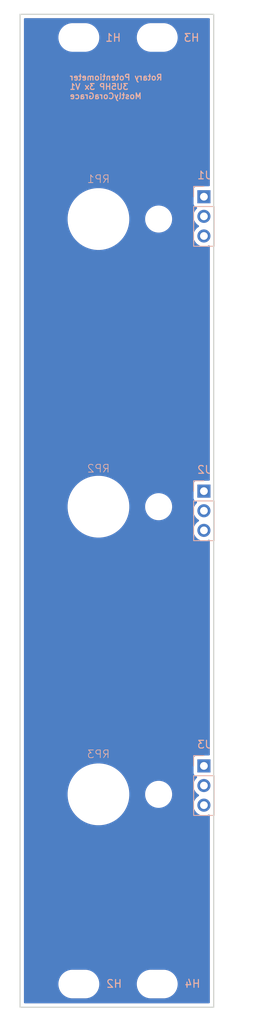
<source format=kicad_pcb>
(kicad_pcb (version 20240108) (generator "pcbnew") (generator_version "8.0")
  (layers (0 "F.Cu" signal) (31 "B.Cu" signal) (34 "B.Paste" user) (35 "F.Paste" user) (36 "B.SilkS" user "B.Silkscreen") (37 "F.SilkS" user "F.Silkscreen") (38 "B.Mask" user) (39 "F.Mask" user) (44 "Edge.Cuts" user))
  (net 0 "")
  (footprint "EXC:Rotary_Potentiometer_M7_Panel_Mount" (layer "F.Cu") (at 10.16 28.925 90)
    (property "Reference" "RP1" (at 5.176 0 0) (layer "B.SilkS") (effects (font (thickness 0.1)) (justify mirror)))
    (property "Value" "M7_Panel_Mount_Rotary_Potentiometer")
    (pad "" np_thru_hole circle (at 0 0 90) (size 7.5 7.5) (drill 7.5) (layers "F&B.Cu" "*.Mask"))
    (pad "" np_thru_hole circle (at 0 7.8 90) (size 3 3) (drill 3) (layers "F&B.Cu" "*.Mask"))
  )
  (footprint "EXC:Rotary_Potentiometer_M7_Panel_Mount" (layer "F.Cu") (at 10.16 103.375 90)
    (property "Reference" "RP3" (at 5.204 0 0) (layer "B.SilkS") (effects (font (thickness 0.1)) (justify mirror)))
    (property "Value" "M7_Panel_Mount_Rotary_Potentiometer")
    (pad "" np_thru_hole circle (at 0 0 90) (size 7.5 7.5) (drill 7.5) (layers "F&B.Cu" "*.Mask"))
    (pad "" np_thru_hole circle (at 0 7.8 90) (size 3 3) (drill 3) (layers "F&B.Cu" "*.Mask"))
  )
  (footprint "EXC:Rotary_Potentiometer_M7_Panel_Mount" (layer "F.Cu") (at 10.16 66.15 90)
    (property "Reference" "RP2" (at 4.936 0 0) (layer "B.SilkS") (effects (font (thickness 0.1)) (justify mirror)))
    (property "Value" "M7_Panel_Mount_Rotary_Potentiometer")
    (pad "" np_thru_hole circle (at 0 0 90) (size 7.5 7.5) (drill 7.5) (layers "F&B.Cu" "*.Mask"))
    (pad "" np_thru_hole circle (at 0 7.8 90) (size 3 3) (drill 3) (layers "F&B.Cu" "*.Mask"))
  )
  (footprint "EXC:MountingHole_3.2mm_M3" (layer "B.Cu") (at 17.78 127.925 180)
    (property "Reference" "H4" (at -4.572 0.036 0) (layer "B.SilkS") (effects (justify mirror)))
    (property "Value" "Eurorack_M3_MountingHole")
    (pad "" np_thru_hole oval (at 0 0 180) (size 4.8 3.2) (drill oval 4.8 3.2) (layers "F&B.Cu" "*.Mask"))
  )
  (footprint "EXC:MountingHole_3.2mm_M3" (layer "B.Cu") (at 7.61962 127.925 180)
    (property "Reference" "H2" (at -4.57162 0.036 0) (layer "B.SilkS") (effects (justify mirror)))
    (property "Value" "Eurorack_M3_MountingHole")
    (pad "" np_thru_hole oval (at 0 0 180) (size 4.8 3.2) (drill oval 4.8 3.2) (layers "F&B.Cu" "*.Mask"))
  )
  (footprint "Connector_PinSocket_2.54mm:PinSocket_1x03_P2.54mm_Vertical" (layer "B.Cu") (at 23.83 64.135 180)
    (property "Reference" "J2" (at 0 2.77 0) (layer "B.SilkS") (effects (justify mirror)))
    (property "Value" "Conn_01x03_Socket")
    (fp_line (start 1.33 1.33) (end 0 1.33) (stroke (width 0.12)) (layer "B.SilkS"))
    (fp_line (start 1.33 0) (end 1.33 1.33) (stroke (width 0.12)) (layer "B.SilkS"))
    (fp_line (start 1.33 -1.27) (end -1.33 -1.27) (stroke (width 0.12)) (layer "B.SilkS"))
    (fp_line (start 1.33 -6.41) (end 1.33 -1.27) (stroke (width 0.12)) (layer "B.SilkS"))
    (fp_line (start 1.33 -6.41) (end -1.33 -6.41) (stroke (width 0.12)) (layer "B.SilkS"))
    (fp_line (start -1.33 -6.41) (end -1.33 -1.27) (stroke (width 0.12)) (layer "B.SilkS"))
    (pad "1" thru_hole rect (at 0 0 180) (size 1.7 1.7) (drill 1) (layers "*.Cu" "*.Mask"))
    (pad "2" thru_hole oval (at 0 -2.54 180) (size 1.7 1.7) (drill 1) (layers "*.Cu" "*.Mask"))
    (pad "3" thru_hole oval (at 0 -5.08 180) (size 1.7 1.7) (drill 1) (layers "*.Cu" "*.Mask"))
  )
  (footprint "Connector_PinSocket_2.54mm:PinSocket_1x03_P2.54mm_Vertical" (layer "B.Cu") (at 23.83 99.695 180)
    (property "Reference" "J3" (at 0 2.77 0) (layer "B.SilkS") (effects (justify mirror)))
    (property "Value" "Conn_01x03_Socket")
    (fp_line (start 1.33 1.33) (end 0 1.33) (stroke (width 0.12)) (layer "B.SilkS"))
    (fp_line (start 1.33 0) (end 1.33 1.33) (stroke (width 0.12)) (layer "B.SilkS"))
    (fp_line (start 1.33 -1.27) (end -1.33 -1.27) (stroke (width 0.12)) (layer "B.SilkS"))
    (fp_line (start 1.33 -6.41) (end 1.33 -1.27) (stroke (width 0.12)) (layer "B.SilkS"))
    (fp_line (start 1.33 -6.41) (end -1.33 -6.41) (stroke (width 0.12)) (layer "B.SilkS"))
    (fp_line (start -1.33 -6.41) (end -1.33 -1.27) (stroke (width 0.12)) (layer "B.SilkS"))
    (pad "1" thru_hole rect (at 0 0 180) (size 1.7 1.7) (drill 1) (layers "*.Cu" "*.Mask"))
    (pad "2" thru_hole oval (at 0 -2.54 180) (size 1.7 1.7) (drill 1) (layers "*.Cu" "*.Mask"))
    (pad "3" thru_hole oval (at 0 -5.08 180) (size 1.7 1.7) (drill 1) (layers "*.Cu" "*.Mask"))
  )
  (footprint "EXC:MountingHole_3.2mm_M3" (layer "B.Cu") (at 17.78 5.425 180)
    (property "Reference" "H3" (at -4.445 -0.036 0) (layer "B.SilkS") (effects (justify mirror)))
    (property "Value" "Eurorack_M3_MountingHole")
    (pad "" np_thru_hole oval (at 0 0 180) (size 4.8 3.2) (drill oval 4.8 3.2) (layers "F&B.Cu" "*.Mask"))
  )
  (footprint "EXC:MountingHole_3.2mm_M3" (layer "B.Cu") (at 7.61962 5.425 180)
    (property "Reference" "H1" (at -4.44462 -0.036 0) (layer "B.SilkS") (effects (justify mirror)))
    (property "Value" "Eurorack_M3_MountingHole")
    (pad "" np_thru_hole oval (at 0 0 180) (size 4.8 3.2) (drill oval 4.8 3.2) (layers "F&B.Cu" "*.Mask"))
  )
  (footprint "Connector_PinSocket_2.54mm:PinSocket_1x03_P2.54mm_Vertical" (layer "B.Cu") (at 23.83 26.035 180)
    (property "Reference" "J1" (at 0 2.77 0) (layer "B.SilkS") (effects (justify mirror)))
    (property "Value" "Conn_01x03_Socket")
    (fp_line (start 1.33 1.33) (end 0 1.33) (stroke (width 0.12)) (layer "B.SilkS"))
    (fp_line (start 1.33 0) (end 1.33 1.33) (stroke (width 0.12)) (layer "B.SilkS"))
    (fp_line (start 1.33 -1.27) (end -1.33 -1.27) (stroke (width 0.12)) (layer "B.SilkS"))
    (fp_line (start 1.33 -6.41) (end 1.33 -1.27) (stroke (width 0.12)) (layer "B.SilkS"))
    (fp_line (start 1.33 -6.41) (end -1.33 -6.41) (stroke (width 0.12)) (layer "B.SilkS"))
    (fp_line (start -1.33 -6.41) (end -1.33 -1.27) (stroke (width 0.12)) (layer "B.SilkS"))
    (pad "1" thru_hole rect (at 0 0 180) (size 1.7 1.7) (drill 1) (layers "*.Cu" "*.Mask"))
    (pad "2" thru_hole oval (at 0 -2.54 180) (size 1.7 1.7) (drill 1) (layers "*.Cu" "*.Mask"))
    (pad "3" thru_hole oval (at 0 -5.08 180) (size 1.7 1.7) (drill 1) (layers "*.Cu" "*.Mask"))
  )
  (gr_rect (start 0 2.425) (end 25.1 130.925) (stroke (width 0.15)) (fill none) (layer "Edge.Cuts"))
  (gr_text "Rotary Potentiometer\n3U5HP 3x V1\nMostlyCoraGrace" (at 6.35 10.16 0) (layer "B.SilkS") (effects (font (size 0.75 0.75) (thickness 0.15) (bold yes)) (justify right top mirror)))
  (zone (net 0) (net_name "") (layers "F&B.Cu") (connect_pads (clearance 0.5)) (min_thickness 0.25) (fill yes (thermal_gap 0.5) (thermal_bridge_width 0.5) (island_removal_mode 1) (island_area_min 10))
    (polygon (pts (xy 0 2.5) (xy 25.25 2.5) (xy 25.25 131) (xy 0 131)))
  )
)
</source>
